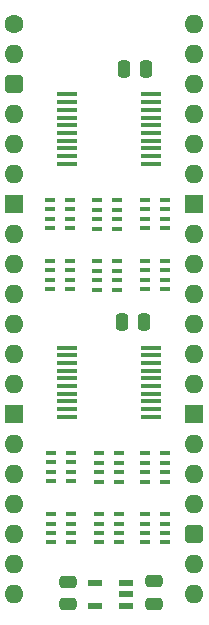
<source format=gts>
%TF.GenerationSoftware,KiCad,Pcbnew,9.0.2*%
%TF.CreationDate,2025-06-27T14:22:30+02:00*%
%TF.ProjectId,Address Buffer 16bit,41646472-6573-4732-9042-756666657220,V0*%
%TF.SameCoordinates,Original*%
%TF.FileFunction,Soldermask,Top*%
%TF.FilePolarity,Negative*%
%FSLAX46Y46*%
G04 Gerber Fmt 4.6, Leading zero omitted, Abs format (unit mm)*
G04 Created by KiCad (PCBNEW 9.0.2) date 2025-06-27 14:22:30*
%MOMM*%
%LPD*%
G01*
G04 APERTURE LIST*
G04 Aperture macros list*
%AMRoundRect*
0 Rectangle with rounded corners*
0 $1 Rounding radius*
0 $2 $3 $4 $5 $6 $7 $8 $9 X,Y pos of 4 corners*
0 Add a 4 corners polygon primitive as box body*
4,1,4,$2,$3,$4,$5,$6,$7,$8,$9,$2,$3,0*
0 Add four circle primitives for the rounded corners*
1,1,$1+$1,$2,$3*
1,1,$1+$1,$4,$5*
1,1,$1+$1,$6,$7*
1,1,$1+$1,$8,$9*
0 Add four rect primitives between the rounded corners*
20,1,$1+$1,$2,$3,$4,$5,0*
20,1,$1+$1,$4,$5,$6,$7,0*
20,1,$1+$1,$6,$7,$8,$9,0*
20,1,$1+$1,$8,$9,$2,$3,0*%
G04 Aperture macros list end*
%ADD10R,0.950000X0.450000*%
%ADD11R,0.900000X0.450000*%
%ADD12R,1.800000X0.450000*%
%ADD13RoundRect,0.250000X0.250000X0.475000X-0.250000X0.475000X-0.250000X-0.475000X0.250000X-0.475000X0*%
%ADD14RoundRect,0.250000X0.475000X-0.250000X0.475000X0.250000X-0.475000X0.250000X-0.475000X-0.250000X0*%
%ADD15R,1.150000X0.600000*%
%ADD16RoundRect,0.250000X-0.475000X0.250000X-0.475000X-0.250000X0.475000X-0.250000X0.475000X0.250000X0*%
%ADD17C,1.600000*%
%ADD18O,1.600000X1.600000*%
%ADD19RoundRect,0.400000X-0.400000X-0.400000X0.400000X-0.400000X0.400000X0.400000X-0.400000X0.400000X0*%
%ADD20R,1.600000X1.600000*%
G04 APERTURE END LIST*
D10*
%TO.C,CN3*%
X11088000Y-20030200D03*
X11088000Y-20830200D03*
X11088000Y-21630200D03*
X11088000Y-22430200D03*
X12788000Y-22430200D03*
X12788000Y-21630200D03*
X12788000Y-20830200D03*
X12788000Y-20030200D03*
%TD*%
D11*
%TO.C,RN3*%
X4689000Y-17274000D03*
X4689000Y-16474000D03*
X4689000Y-15674000D03*
X4689000Y-14874000D03*
X2989000Y-14874000D03*
X2989000Y-15674000D03*
X2989000Y-16474000D03*
X2989000Y-17274000D03*
%TD*%
%TO.C,RN5*%
X8851000Y-38716000D03*
X8851000Y-37916000D03*
X8851000Y-37116000D03*
X8851000Y-36316000D03*
X7151000Y-36316000D03*
X7151000Y-37116000D03*
X7151000Y-37916000D03*
X7151000Y-38716000D03*
%TD*%
D12*
%TO.C,IC2*%
X4490000Y-5943600D03*
X4490000Y-6593600D03*
X4490000Y-7243600D03*
X4490000Y-7893600D03*
X4490000Y-8543600D03*
X4490000Y-9193600D03*
X4490000Y-9843600D03*
X4490000Y-10493600D03*
X4490000Y-11143600D03*
X4490000Y-11793600D03*
X11590000Y-11793600D03*
X11590000Y-11143600D03*
X11590000Y-10493600D03*
X11590000Y-9843600D03*
X11590000Y-9193600D03*
X11590000Y-8543600D03*
X11590000Y-7893600D03*
X11590000Y-7243600D03*
X11590000Y-6593600D03*
X11590000Y-5943600D03*
%TD*%
D13*
%TO.C,C1*%
X10967000Y-25216000D03*
X9067000Y-25216000D03*
%TD*%
D12*
%TO.C,IC1*%
X4490000Y-27371000D03*
X4490000Y-28021000D03*
X4490000Y-28671000D03*
X4490000Y-29321000D03*
X4490000Y-29971000D03*
X4490000Y-30621000D03*
X4490000Y-31271000D03*
X4490000Y-31921000D03*
X4490000Y-32571000D03*
X4490000Y-33221000D03*
X11590000Y-33221000D03*
X11590000Y-32571000D03*
X11590000Y-31921000D03*
X11590000Y-31271000D03*
X11590000Y-30621000D03*
X11590000Y-29971000D03*
X11590000Y-29321000D03*
X11590000Y-28671000D03*
X11590000Y-28021000D03*
X11590000Y-27371000D03*
%TD*%
D11*
%TO.C,RN10*%
X8724000Y-17293200D03*
X8724000Y-16493200D03*
X8724000Y-15693200D03*
X8724000Y-14893200D03*
X7024000Y-14893200D03*
X7024000Y-15693200D03*
X7024000Y-16493200D03*
X7024000Y-17293200D03*
%TD*%
D14*
%TO.C,C8*%
X11836400Y-49067000D03*
X11836400Y-47167000D03*
%TD*%
D13*
%TO.C,C2*%
X11138800Y-3788600D03*
X9238800Y-3788600D03*
%TD*%
D11*
%TO.C,RN2*%
X4816000Y-43872000D03*
X4816000Y-43072000D03*
X4816000Y-42272000D03*
X4816000Y-41472000D03*
X3116000Y-41472000D03*
X3116000Y-42272000D03*
X3116000Y-43072000D03*
X3116000Y-43872000D03*
%TD*%
%TO.C,RN1*%
X4816000Y-38665000D03*
X4816000Y-37865000D03*
X4816000Y-37065000D03*
X4816000Y-36265000D03*
X3116000Y-36265000D03*
X3116000Y-37065000D03*
X3116000Y-37865000D03*
X3116000Y-38665000D03*
%TD*%
D10*
%TO.C,CN2*%
X11088000Y-41472000D03*
X11088000Y-42272000D03*
X11088000Y-43072000D03*
X11088000Y-43872000D03*
X12788000Y-43872000D03*
X12788000Y-43072000D03*
X12788000Y-42272000D03*
X12788000Y-41472000D03*
%TD*%
D15*
%TO.C,IC5*%
X9428000Y-49210000D03*
X9428000Y-48260000D03*
X9428000Y-47310000D03*
X6828000Y-47310000D03*
X6828000Y-49210000D03*
%TD*%
D10*
%TO.C,CN4*%
X11088000Y-14874000D03*
X11088000Y-15674000D03*
X11088000Y-16474000D03*
X11088000Y-17274000D03*
X12788000Y-17274000D03*
X12788000Y-16474000D03*
X12788000Y-15674000D03*
X12788000Y-14874000D03*
%TD*%
D16*
%TO.C,C9*%
X4572000Y-47199000D03*
X4572000Y-49099000D03*
%TD*%
D11*
%TO.C,RN6*%
X8851000Y-43872000D03*
X8851000Y-43072000D03*
X8851000Y-42272000D03*
X8851000Y-41472000D03*
X7151000Y-41472000D03*
X7151000Y-42272000D03*
X7151000Y-43072000D03*
X7151000Y-43872000D03*
%TD*%
D10*
%TO.C,CN1*%
X11088000Y-36316000D03*
X11088000Y-37116000D03*
X11088000Y-37916000D03*
X11088000Y-38716000D03*
X12788000Y-38716000D03*
X12788000Y-37916000D03*
X12788000Y-37116000D03*
X12788000Y-36316000D03*
%TD*%
D11*
%TO.C,RN4*%
X4689000Y-22443200D03*
X4689000Y-21643200D03*
X4689000Y-20843200D03*
X4689000Y-20043200D03*
X2989000Y-20043200D03*
X2989000Y-20843200D03*
X2989000Y-21643200D03*
X2989000Y-22443200D03*
%TD*%
%TO.C,RN9*%
X8724000Y-22462400D03*
X8724000Y-21662400D03*
X8724000Y-20862400D03*
X8724000Y-20062400D03*
X7024000Y-20062400D03*
X7024000Y-20862400D03*
X7024000Y-21662400D03*
X7024000Y-22462400D03*
%TD*%
D17*
%TO.C,J1*%
X0Y0D03*
D18*
X0Y-2540000D03*
D19*
X0Y-5080000D03*
D18*
X0Y-7620000D03*
X0Y-10160000D03*
X0Y-12700000D03*
D20*
X0Y-15240000D03*
D18*
X0Y-17780000D03*
X0Y-20320000D03*
X0Y-22860000D03*
X0Y-25400000D03*
X0Y-27940000D03*
X0Y-30480000D03*
D20*
X0Y-33020000D03*
D18*
X0Y-35560000D03*
X0Y-38100000D03*
X0Y-40640000D03*
X0Y-43180000D03*
X0Y-45720000D03*
X0Y-48260000D03*
X15240000Y-48260000D03*
X15240000Y-45720000D03*
D19*
X15240000Y-43180000D03*
D18*
X15240000Y-40640000D03*
X15240000Y-38100000D03*
X15240000Y-35560000D03*
D20*
X15240000Y-33020000D03*
D18*
X15240000Y-30480000D03*
X15240000Y-27940000D03*
X15240000Y-25400000D03*
X15240000Y-22860000D03*
X15240000Y-20320000D03*
X15240000Y-17780000D03*
D20*
X15240000Y-15240000D03*
D18*
X15240000Y-12700000D03*
X15240000Y-10160000D03*
X15240000Y-7620000D03*
X15240000Y-5080000D03*
X15240000Y-2540000D03*
X15240000Y0D03*
%TD*%
M02*

</source>
